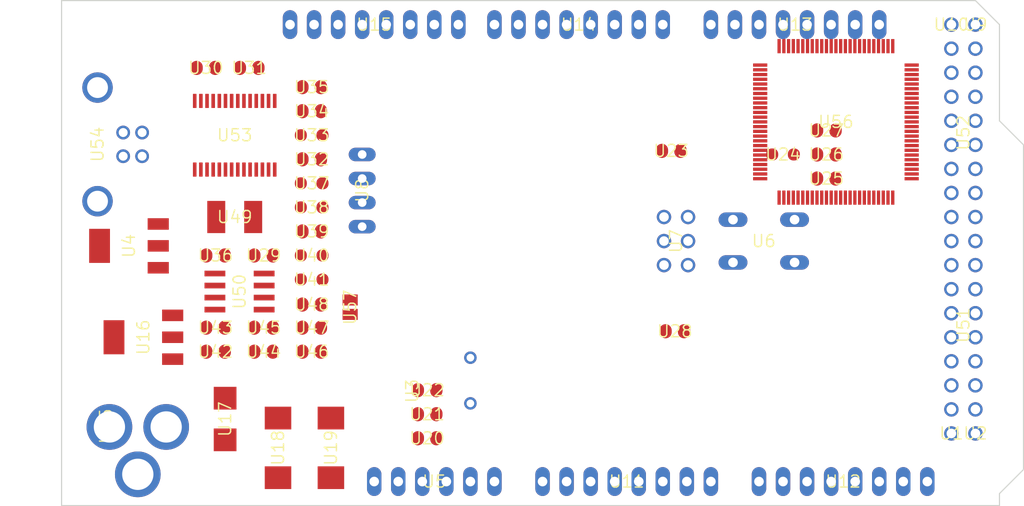
<source format=kicad_pcb>
(kicad_pcb (version 20221018) (generator pcbnew)
  (layers (0 "F.Cu" signal "Top") (31 "B.Cu" signal "Bottom") (34 "B.Paste" user) (35 "F.Paste" user) (36 "B.SilkS" user "B.Silkscreen") (37 "F.SilkS" user "F.Silkscreen") (38 "B.Mask" user) (39 "F.Mask" user) (44 "Edge.Cuts" user))
  (net 0 "")
  (net 1 "+5V")
  (net 2 "GND")
  (net 3 "N$6")
  (net 4 "N$7")
  (net 5 "AREF")
  (net 6 "RESET")
  (net 7 "VIN")
  (net 8 "N$3")
  (net 9 "PWRIN")
  (net 10 "M8RXD")
  (net 11 "M8TXD")
  (net 12 "ADC0")
  (net 13 "ADC2")
  (net 14 "ADC1")
  (net 15 "ADC3")
  (net 16 "ADC4")
  (net 17 "ADC5")
  (net 18 "ADC6")
  (net 19 "ADC7")
  (net 20 "+3V3")
  (net 21 "SDA")
  (net 22 "SCL")
  (net 23 "ADC9")
  (net 24 "ADC8")
  (net 25 "ADC10")
  (net 26 "ADC11")
  (net 27 "ADC12")
  (net 28 "ADC13")
  (net 29 "ADC14")
  (net 30 "ADC15")
  (net 31 "PB3")
  (net 32 "PB2")
  (net 33 "PB1")
  (net 34 "PB5")
  (net 35 "PB4")
  (net 36 "PE5")
  (net 37 "PE4")
  (net 38 "PE3")
  (net 39 "PE1")
  (net 40 "PE0")
  (net 41 "N$15")
  (net 42 "N$53")
  (net 43 "N$54")
  (net 44 "N$55")
  (net 45 "D-")
  (net 46 "D+")
  (net 47 "N$60")
  (net 48 "DTR")
  (net 49 "USBVCC")
  (net 50 "N$2")
  (net 51 "N$4")
  (net 52 "GATE_CMD")
  (net 53 "CMP")
  (net 54 "PB6")
  (net 55 "PH3")
  (net 56 "PH4")
  (net 57 "PH5")
  (net 58 "PH6")
  (net 59 "PG5")
  (net 60 "RXD1")
  (net 61 "TXD1")
  (net 62 "RXD2")
  (net 63 "RXD3")
  (net 64 "TXD2")
  (net 65 "TXD3")
  (net 66 "PC0")
  (net 67 "PC1")
  (net 68 "PC2")
  (net 69 "PC3")
  (net 70 "PC4")
  (net 71 "PC5")
  (net 72 "PC6")
  (net 73 "PC7")
  (net 74 "PB0")
  (net 75 "PG0")
  (net 76 "PG1")
  (net 77 "PG2")
  (net 78 "PD7")
  (net 79 "PA0")
  (net 80 "PA1")
  (net 81 "PA2")
  (net 82 "PA3")
  (net 83 "PA4")
  (net 84 "PA5")
  (net 85 "PA6")
  (net 86 "PA7")
  (net 87 "PL0")
  (net 88 "PL1")
  (net 89 "PL2")
  (net 90 "PL3")
  (net 91 "PL4")
  (net 92 "PL5")
  (net 93 "PL6")
  (net 94 "PL7")
  (net 95 "PB7")
  (net 96 "CTS")
  (net 97 "DSR")
  (net 98 "DCD")
  (net 99 "RI")
  (footprint "Arduino_MEGA_Reference_Design:2X03" (layer "F.Cu") (at 162.5981 103.7336 -90)
    (fp_text reference "U7")
    (fp_text value "")
  )
  (footprint "Arduino_MEGA_Reference_Design:1X08" (layer "F.Cu") (at 152.3111 80.8736 180)
    (fp_text reference "U14")
    (fp_text value "")
  )
  (footprint "Arduino_MEGA_Reference_Design:1X08" (layer "F.Cu") (at 130.7211 80.8736 180)
    (fp_text reference "U15")
    (fp_text value "")
  )
  (footprint "Arduino_MEGA_Reference_Design:SMC_D" (layer "F.Cu") (at 120.5611 125.5776 -90)
    (fp_text reference "U18")
    (fp_text value "")
  )
  (footprint "Arduino_MEGA_Reference_Design:SMC_D" (layer "F.Cu") (at 126.1491 125.5776 -90)
    (fp_text reference "U19")
    (fp_text value "")
  )
  (footprint "Arduino_MEGA_Reference_Design:B3F-10XX" (layer "F.Cu") (at 171.8691 103.7336 180)
    (fp_text reference "U6")
    (fp_text value "")
  )
  (footprint "Arduino_MEGA_Reference_Design:0805RND" (layer "F.Cu") (at 173.9011 94.5896 180)
    (fp_text reference "U24")
    (fp_text value "")
  )
  (footprint "Arduino_MEGA_Reference_Design:SMB" (layer "F.Cu") (at 114.9731 122.5296 -90)
    (fp_text reference "U17")
    (fp_text value "")
  )
  (footprint "Arduino_MEGA_Reference_Design:DC-21MM" (layer "F.Cu") (at 103.0351 123.2916 90)
    (fp_text reference "U55")
    (fp_text value "")
  )
  (footprint "Arduino_MEGA_Reference_Design:HC49_S" (layer "F.Cu") (at 140.8811 118.4656 90)
    (fp_text reference "U3")
    (fp_text value "")
  )
  (footprint "Arduino_MEGA_Reference_Design:SOT223" (layer "F.Cu") (at 106.3371 113.8936 90)
    (fp_text reference "U16")
    (fp_text value "")
  )
  (footprint "Arduino_MEGA_Reference_Design:1X06" (layer "F.Cu") (at 137.0711 129.1336)
    (fp_text reference "U5")
    (fp_text value "")
  )
  (footprint "Arduino_MEGA_Reference_Design:C0805RND" (layer "F.Cu") (at 124.1171 87.4776)
    (fp_text reference "U35")
    (fp_text value "")
  )
  (footprint "Arduino_MEGA_Reference_Design:C0805RND" (layer "F.Cu") (at 162.4711 113.2586)
    (fp_text reference "U28")
    (fp_text value "")
  )
  (footprint "Arduino_MEGA_Reference_Design:C0805RND" (layer "F.Cu") (at 136.3091 122.0216)
    (fp_text reference "U21")
    (fp_text value "")
  )
  (footprint "Arduino_MEGA_Reference_Design:C0805RND" (layer "F.Cu") (at 136.3091 119.4816)
    (fp_text reference "U22")
    (fp_text value "")
  )
  (footprint "Arduino_MEGA_Reference_Design:C0805RND" (layer "F.Cu") (at 113.9571 112.8776)
    (fp_text reference "U43")
    (fp_text value "")
  )
  (footprint "Arduino_MEGA_Reference_Design:RCL_0805RND" (layer "F.Cu") (at 124.1171 105.2576)
    (fp_text reference "U40")
    (fp_text value "")
  )
  (footprint "Arduino_MEGA_Reference_Design:RCL_0805RND" (layer "F.Cu") (at 124.1171 107.7976)
    (fp_text reference "U41")
    (fp_text value "")
  )
  (footprint "Arduino_MEGA_Reference_Design:1X08" (layer "F.Cu") (at 157.3911 129.1336)
    (fp_text reference "U11")
    (fp_text value "")
  )
  (footprint "Arduino_MEGA_Reference_Design:1X08" (layer "F.Cu") (at 175.1711 80.8736 180)
    (fp_text reference "U13")
    (fp_text value "")
  )
  (footprint "Arduino_MEGA_Reference_Design:R0805RND" (layer "F.Cu") (at 178.4731 94.5896 180)
    (fp_text reference "U26")
    (fp_text value "")
  )
  (footprint "Arduino_MEGA_Reference_Design:R0805RND" (layer "F.Cu") (at 178.4731 92.0496 180)
    (fp_text reference "U27")
    (fp_text value "")
  )
  (footprint "Arduino_MEGA_Reference_Design:TQFP100" (layer "F.Cu") (at 179.48779296875 91.14759826660156 0)
    (fp_text reference "U56")
    (fp_text value "")
  )
  (footprint "Arduino_MEGA_Reference_Design:C0805RND" (layer "F.Cu") (at 162.0901 94.2086 180)
    (fp_text reference "U23")
    (fp_text value "")
  )
  (footprint "Arduino_MEGA_Reference_Design:C0805RND" (layer "F.Cu") (at 136.3091 124.5616)
    (fp_text reference "U20")
    (fp_text value "")
  )
  (footprint "Arduino_MEGA_Reference_Design:1X08" (layer "F.Cu") (at 180.2511 129.1336)
    (fp_text reference "U12")
    (fp_text value "")
  )
  (footprint "Arduino_MEGA_Reference_Design:R0805RND" (layer "F.Cu") (at 124.1171 112.8776)
    (fp_text reference "U47")
    (fp_text value "")
  )
  (footprint "Arduino_MEGA_Reference_Design:C0805RND" (layer "F.Cu") (at 124.1171 115.4176)
    (fp_text reference "U46")
    (fp_text value "")
  )
  (footprint "Arduino_MEGA_Reference_Design:C0805RND" (layer "F.Cu") (at 113.9571 105.2576)
    (fp_text reference "U36")
    (fp_text value "")
  )
  (footprint "Arduino_MEGA_Reference_Design:C0805RND" (layer "F.Cu") (at 112.9411 85.4456)
    (fp_text reference "U30")
    (fp_text value "")
  )
  (footprint "Arduino_MEGA_Reference_Design:0805RND" (layer "F.Cu") (at 124.1171 100.1776 180)
    (fp_text reference "U38")
    (fp_text value "")
  )
  (footprint "Arduino_MEGA_Reference_Design:0805RND" (layer "F.Cu") (at 124.1171 97.6376 180)
    (fp_text reference "U37")
    (fp_text value "")
  )
  (footprint "Arduino_MEGA_Reference_Design:R0805RND" (layer "F.Cu") (at 124.1171 95.0976)
    (fp_text reference "U32")
    (fp_text value "")
  )
  (footprint "Arduino_MEGA_Reference_Design:R0805RND" (layer "F.Cu") (at 124.1171 102.7176)
    (fp_text reference "U39")
    (fp_text value "")
  )
  (footprint "Arduino_MEGA_Reference_Design:SSOP28" (layer "F.Cu") (at 115.9891 92.5576)
    (fp_text reference "U53")
    (fp_text value "")
  )
  (footprint "Arduino_MEGA_Reference_Design:PN61729" (layer "F.Cu") (at 98.9584 93.5228 -90)
    (fp_text reference "U54")
    (fp_text value "")
  )
  (footprint "Arduino_MEGA_Reference_Design:L1812" (layer "F.Cu") (at 115.9891 101.1936)
    (fp_text reference "U49")
    (fp_text value "")
  )
  (footprint "Arduino_MEGA_Reference_Design:C0805RND" (layer "F.Cu") (at 117.5131 85.4456)
    (fp_text reference "U31")
    (fp_text value "")
  )
  (footprint "Arduino_MEGA_Reference_Design:0805RND" (layer "F.Cu") (at 124.1171 92.5576 180)
    (fp_text reference "U33")
    (fp_text value "")
  )
  (footprint "Arduino_MEGA_Reference_Design:R0805RND" (layer "F.Cu") (at 124.1171 90.0176 180)
    (fp_text reference "U34")
    (fp_text value "")
  )
  (footprint "Arduino_MEGA_Reference_Design:C0805RND" (layer "F.Cu") (at 124.1171 110.4392 180)
    (fp_text reference "U48")
    (fp_text value "")
  )
  (footprint "Arduino_MEGA_Reference_Design:SOT223" (layer "F.Cu") (at 104.8131 104.2416 90)
    (fp_text reference "U4")
    (fp_text value "")
  )
  (footprint "Arduino_MEGA_Reference_Design:SO08" (layer "F.Cu") (at 116.4971 109.0676 -90)
    (fp_text reference "U50")
    (fp_text value "")
  )
  (footprint "Arduino_MEGA_Reference_Design:R0805RND" (layer "F.Cu") (at 113.9571 115.4176 180)
    (fp_text reference "U42")
    (fp_text value "")
  )
  (footprint "Arduino_MEGA_Reference_Design:R0805RND" (layer "F.Cu") (at 119.0371 112.8776 180)
    (fp_text reference "U45")
    (fp_text value "")
  )
  (footprint "Arduino_MEGA_Reference_Design:C0805RND" (layer "F.Cu") (at 119.0371 115.4176 180)
    (fp_text reference "U44")
    (fp_text value "")
  )
  (footprint "Arduino_MEGA_Reference_Design:C0805RND" (layer "F.Cu") (at 119.0371 105.2576)
    (fp_text reference "U29")
    (fp_text value "")
  )
  (footprint "Arduino_MEGA_Reference_Design:2X08" (layer "F.Cu") (at 192.9511 92.3036 90)
    (fp_text reference "U52")
    (fp_text value "")
  )
  (footprint "Arduino_MEGA_Reference_Design:2X08" (layer "F.Cu") (at 192.9511 112.6236 90)
    (fp_text reference "U51")
    (fp_text value "")
  )
  (footprint "Arduino_MEGA_Reference_Design:R0805RND" (layer "F.Cu") (at 178.4731 97.1296 180)
    (fp_text reference "U25")
    (fp_text value "")
  )
  (footprint "Arduino_MEGA_Reference_Design:1X01" (layer "F.Cu") (at 191.6811 80.8736)
    (fp_text reference "U10")
    (fp_text value "")
  )
  (footprint "Arduino_MEGA_Reference_Design:1X01" (layer "F.Cu") (at 194.2211 80.8736)
    (fp_text reference "U9")
    (fp_text value "")
  )
  (footprint "Arduino_MEGA_Reference_Design:1X01" (layer "F.Cu") (at 191.6811 124.0536)
    (fp_text reference "U1")
    (fp_text value "")
  )
  (footprint "Arduino_MEGA_Reference_Design:1X01" (layer "F.Cu") (at 194.2211 124.0536)
    (fp_text reference "U2")
    (fp_text value "")
  )
  (footprint "Arduino_MEGA_Reference_Design:SJ" (layer "F.Cu") (at 128.1811 110.7186 -90)
    (fp_text reference "U57")
    (fp_text value "")
  )
  (footprint "Arduino_MEGA_Reference_Design:JP4" (layer "F.Cu") (at 129.4511 98.3996 -90)
    (fp_text reference "U8")
    (fp_text value "")
  )
  (gr_line (start 196.7611 80.8736) (end 196.7611 91.0336) (layer "Edge.Cuts") (width 0.12))
  (gr_line (start 196.7611 130.4036) (end 196.7611 131.6736) (layer "Edge.Cuts") (width 0.12))
  (gr_line (start 194.2211 78.3336) (end 196.7611 80.8736) (layer "Edge.Cuts") (width 0.12))
  (gr_line (start 97.7011 78.3336) (end 194.2211 78.3336) (layer "Edge.Cuts") (width 0.12))
  (gr_line (start 196.7611 91.0336) (end 199.3011 93.5736) (layer "Edge.Cuts") (width 0.12))
  (gr_line (start 97.7011 131.6736) (end 97.7011 78.3336) (layer "Edge.Cuts") (width 0.12))
  (gr_line (start 196.7611 131.6736) (end 97.7011 131.6736) (layer "Edge.Cuts") (width 0.12))
  (gr_line (start 199.3011 93.5736) (end 199.3011 127.8636) (layer "Edge.Cuts") (width 0.12))
  (gr_line (start 199.3011 127.8636) (end 196.7611 130.4036) (layer "Edge.Cuts") (width 0.12))
)
</source>
